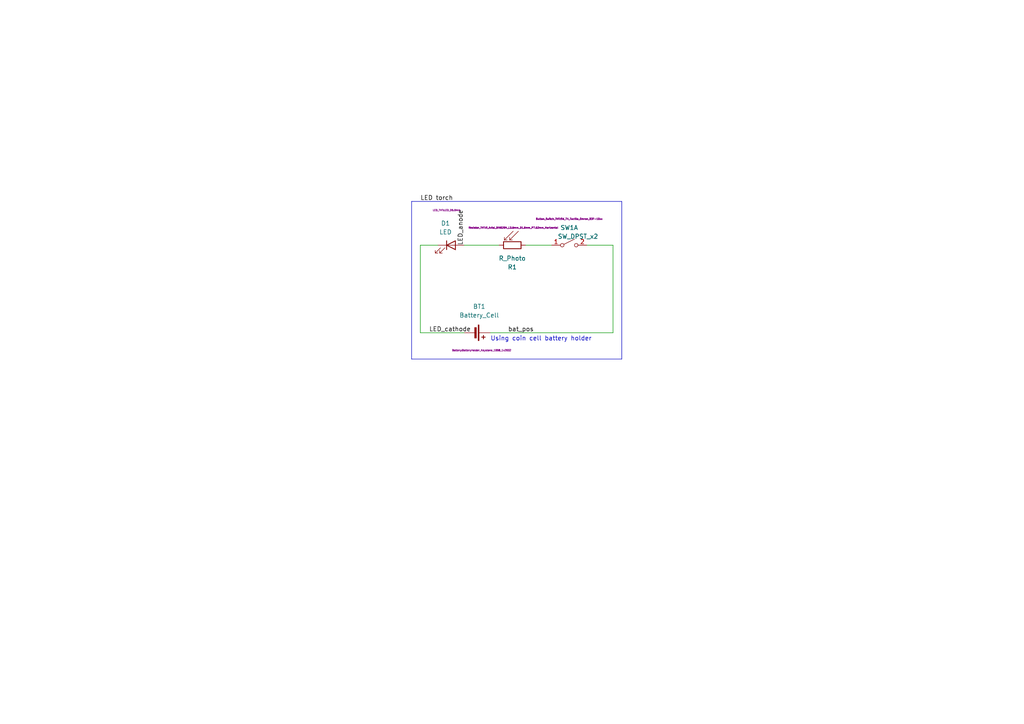
<source format=kicad_sch>
(kicad_sch (version 20230121) (generator eeschema)

  (uuid a89af09d-ddc7-48a0-adf9-80712498aae5)

  (paper "A4")

  (title_block
    (title "LED Torch")
    (date "2023-09-01")
    (comment 1 "Project 1")
    (comment 2 "Sashenka Gamage")
  )

  (lib_symbols
    (symbol "Device:Battery_Cell" (pin_numbers hide) (pin_names (offset 0) hide) (in_bom yes) (on_board yes)
      (property "Reference" "BT" (at 2.54 2.54 0)
        (effects (font (size 1.27 1.27)) (justify left))
      )
      (property "Value" "Battery_Cell" (at 2.54 0 0)
        (effects (font (size 1.27 1.27)) (justify left))
      )
      (property "Footprint" "" (at 0 1.524 90)
        (effects (font (size 1.27 1.27)) hide)
      )
      (property "Datasheet" "~" (at 0 1.524 90)
        (effects (font (size 1.27 1.27)) hide)
      )
      (property "ki_keywords" "battery cell" (at 0 0 0)
        (effects (font (size 1.27 1.27)) hide)
      )
      (property "ki_description" "Single-cell battery" (at 0 0 0)
        (effects (font (size 1.27 1.27)) hide)
      )
      (symbol "Battery_Cell_0_1"
        (rectangle (start -2.286 1.778) (end 2.286 1.524)
          (stroke (width 0) (type default))
          (fill (type outline))
        )
        (rectangle (start -1.524 1.016) (end 1.524 0.508)
          (stroke (width 0) (type default))
          (fill (type outline))
        )
        (polyline
          (pts
            (xy 0 0.762)
            (xy 0 0)
          )
          (stroke (width 0) (type default))
          (fill (type none))
        )
        (polyline
          (pts
            (xy 0 1.778)
            (xy 0 2.54)
          )
          (stroke (width 0) (type default))
          (fill (type none))
        )
        (polyline
          (pts
            (xy 0.762 3.048)
            (xy 1.778 3.048)
          )
          (stroke (width 0.254) (type default))
          (fill (type none))
        )
        (polyline
          (pts
            (xy 1.27 3.556)
            (xy 1.27 2.54)
          )
          (stroke (width 0.254) (type default))
          (fill (type none))
        )
      )
      (symbol "Battery_Cell_1_1"
        (pin passive line (at 0 5.08 270) (length 2.54)
          (name "+" (effects (font (size 1.27 1.27))))
          (number "1" (effects (font (size 1.27 1.27))))
        )
        (pin passive line (at 0 -2.54 90) (length 2.54)
          (name "-" (effects (font (size 1.27 1.27))))
          (number "2" (effects (font (size 1.27 1.27))))
        )
      )
    )
    (symbol "Device:LED" (pin_numbers hide) (pin_names (offset 1.016) hide) (in_bom yes) (on_board yes)
      (property "Reference" "D" (at 0 2.54 0)
        (effects (font (size 1.27 1.27)))
      )
      (property "Value" "LED" (at 0 -2.54 0)
        (effects (font (size 1.27 1.27)))
      )
      (property "Footprint" "" (at 0 0 0)
        (effects (font (size 1.27 1.27)) hide)
      )
      (property "Datasheet" "~" (at 0 0 0)
        (effects (font (size 1.27 1.27)) hide)
      )
      (property "ki_keywords" "LED diode" (at 0 0 0)
        (effects (font (size 1.27 1.27)) hide)
      )
      (property "ki_description" "Light emitting diode" (at 0 0 0)
        (effects (font (size 1.27 1.27)) hide)
      )
      (property "ki_fp_filters" "LED* LED_SMD:* LED_THT:*" (at 0 0 0)
        (effects (font (size 1.27 1.27)) hide)
      )
      (symbol "LED_0_1"
        (polyline
          (pts
            (xy -1.27 -1.27)
            (xy -1.27 1.27)
          )
          (stroke (width 0.254) (type default))
          (fill (type none))
        )
        (polyline
          (pts
            (xy -1.27 0)
            (xy 1.27 0)
          )
          (stroke (width 0) (type default))
          (fill (type none))
        )
        (polyline
          (pts
            (xy 1.27 -1.27)
            (xy 1.27 1.27)
            (xy -1.27 0)
            (xy 1.27 -1.27)
          )
          (stroke (width 0.254) (type default))
          (fill (type none))
        )
        (polyline
          (pts
            (xy -3.048 -0.762)
            (xy -4.572 -2.286)
            (xy -3.81 -2.286)
            (xy -4.572 -2.286)
            (xy -4.572 -1.524)
          )
          (stroke (width 0) (type default))
          (fill (type none))
        )
        (polyline
          (pts
            (xy -1.778 -0.762)
            (xy -3.302 -2.286)
            (xy -2.54 -2.286)
            (xy -3.302 -2.286)
            (xy -3.302 -1.524)
          )
          (stroke (width 0) (type default))
          (fill (type none))
        )
      )
      (symbol "LED_1_1"
        (pin passive line (at -3.81 0 0) (length 2.54)
          (name "K" (effects (font (size 1.27 1.27))))
          (number "1" (effects (font (size 1.27 1.27))))
        )
        (pin passive line (at 3.81 0 180) (length 2.54)
          (name "A" (effects (font (size 1.27 1.27))))
          (number "2" (effects (font (size 1.27 1.27))))
        )
      )
    )
    (symbol "Device:R_Photo" (pin_numbers hide) (pin_names (offset 0)) (in_bom yes) (on_board yes)
      (property "Reference" "R" (at 1.27 1.27 0)
        (effects (font (size 1.27 1.27)) (justify left))
      )
      (property "Value" "R_Photo" (at 1.27 0 0)
        (effects (font (size 1.27 1.27)) (justify left top))
      )
      (property "Footprint" "" (at 1.27 -6.35 90)
        (effects (font (size 1.27 1.27)) (justify left) hide)
      )
      (property "Datasheet" "~" (at 0 -1.27 0)
        (effects (font (size 1.27 1.27)) hide)
      )
      (property "ki_keywords" "resistor variable light sensitive opto LDR" (at 0 0 0)
        (effects (font (size 1.27 1.27)) hide)
      )
      (property "ki_description" "Photoresistor" (at 0 0 0)
        (effects (font (size 1.27 1.27)) hide)
      )
      (property "ki_fp_filters" "*LDR* R?LDR*" (at 0 0 0)
        (effects (font (size 1.27 1.27)) hide)
      )
      (symbol "R_Photo_0_1"
        (rectangle (start -1.016 2.54) (end 1.016 -2.54)
          (stroke (width 0.254) (type default))
          (fill (type none))
        )
        (polyline
          (pts
            (xy -1.524 -2.286)
            (xy -4.064 0.254)
          )
          (stroke (width 0) (type default))
          (fill (type none))
        )
        (polyline
          (pts
            (xy -1.524 -2.286)
            (xy -2.286 -2.286)
          )
          (stroke (width 0) (type default))
          (fill (type none))
        )
        (polyline
          (pts
            (xy -1.524 -2.286)
            (xy -1.524 -1.524)
          )
          (stroke (width 0) (type default))
          (fill (type none))
        )
        (polyline
          (pts
            (xy -1.524 -0.762)
            (xy -4.064 1.778)
          )
          (stroke (width 0) (type default))
          (fill (type none))
        )
        (polyline
          (pts
            (xy -1.524 -0.762)
            (xy -2.286 -0.762)
          )
          (stroke (width 0) (type default))
          (fill (type none))
        )
        (polyline
          (pts
            (xy -1.524 -0.762)
            (xy -1.524 0)
          )
          (stroke (width 0) (type default))
          (fill (type none))
        )
      )
      (symbol "R_Photo_1_1"
        (pin passive line (at 0 3.81 270) (length 1.27)
          (name "~" (effects (font (size 1.27 1.27))))
          (number "1" (effects (font (size 1.27 1.27))))
        )
        (pin passive line (at 0 -3.81 90) (length 1.27)
          (name "~" (effects (font (size 1.27 1.27))))
          (number "2" (effects (font (size 1.27 1.27))))
        )
      )
    )
    (symbol "Switch:SW_DPST_x2" (pin_names (offset 0) hide) (in_bom yes) (on_board yes)
      (property "Reference" "SW" (at 0 3.175 0)
        (effects (font (size 1.27 1.27)))
      )
      (property "Value" "SW_DPST_x2" (at 0 -2.54 0)
        (effects (font (size 1.27 1.27)))
      )
      (property "Footprint" "" (at 0 0 0)
        (effects (font (size 1.27 1.27)) hide)
      )
      (property "Datasheet" "~" (at 0 0 0)
        (effects (font (size 1.27 1.27)) hide)
      )
      (property "ki_keywords" "switch lever" (at 0 0 0)
        (effects (font (size 1.27 1.27)) hide)
      )
      (property "ki_description" "Single Pole Single Throw (SPST) switch, separate symbol" (at 0 0 0)
        (effects (font (size 1.27 1.27)) hide)
      )
      (symbol "SW_DPST_x2_0_0"
        (circle (center -2.032 0) (radius 0.508)
          (stroke (width 0) (type default))
          (fill (type none))
        )
        (polyline
          (pts
            (xy -1.524 0.254)
            (xy 1.524 1.778)
          )
          (stroke (width 0) (type default))
          (fill (type none))
        )
        (circle (center 2.032 0) (radius 0.508)
          (stroke (width 0) (type default))
          (fill (type none))
        )
      )
      (symbol "SW_DPST_x2_1_1"
        (pin passive line (at -5.08 0 0) (length 2.54)
          (name "A" (effects (font (size 1.27 1.27))))
          (number "1" (effects (font (size 1.27 1.27))))
        )
        (pin passive line (at 5.08 0 180) (length 2.54)
          (name "B" (effects (font (size 1.27 1.27))))
          (number "2" (effects (font (size 1.27 1.27))))
        )
      )
      (symbol "SW_DPST_x2_2_1"
        (pin passive line (at -5.08 0 0) (length 2.54)
          (name "A" (effects (font (size 1.27 1.27))))
          (number "3" (effects (font (size 1.27 1.27))))
        )
        (pin passive line (at 5.08 0 180) (length 2.54)
          (name "B" (effects (font (size 1.27 1.27))))
          (number "4" (effects (font (size 1.27 1.27))))
        )
      )
    )
  )


  (polyline (pts (xy 180.34 104.14) (xy 119.38 104.14))
    (stroke (width 0) (type default))
    (uuid 28d5db9c-00b5-4d5f-a982-8b86854b051d)
  )
  (polyline (pts (xy 119.38 58.42) (xy 119.38 104.14))
    (stroke (width 0) (type default))
    (uuid 2a4e1ceb-e495-46f9-b587-f3c527885c05)
  )

  (wire (pts (xy 134.62 96.52) (xy 121.92 96.52))
    (stroke (width 0) (type default))
    (uuid 313fd544-bb88-4f3e-b7af-1e15daf4cd2b)
  )
  (wire (pts (xy 170.18 71.12) (xy 177.8 71.12))
    (stroke (width 0) (type default))
    (uuid 3c333bec-349e-4c10-a4e9-f407c6bc1f2e)
  )
  (wire (pts (xy 134.62 71.12) (xy 144.78 71.12))
    (stroke (width 0) (type default))
    (uuid 9bcd088a-9705-415c-bb22-60ad00c02d52)
  )
  (wire (pts (xy 121.92 96.52) (xy 121.92 71.12))
    (stroke (width 0) (type default))
    (uuid b64f056f-2b25-4167-98e2-80904e23613c)
  )
  (polyline (pts (xy 180.34 58.42) (xy 180.34 104.14))
    (stroke (width 0) (type default))
    (uuid d4e47ffa-c21f-4a80-a728-55c3bb2e067b)
  )

  (wire (pts (xy 177.8 96.52) (xy 177.8 71.12))
    (stroke (width 0) (type default))
    (uuid d5d4ad4a-2584-4026-8246-cb39e12980aa)
  )
  (wire (pts (xy 152.4 71.12) (xy 160.02 71.12))
    (stroke (width 0) (type default))
    (uuid d7a2eee4-c632-4ad6-a1c5-131a1606cfc4)
  )
  (polyline (pts (xy 119.38 58.42) (xy 180.34 58.42))
    (stroke (width 0) (type default))
    (uuid eb4a0ca4-7a85-411f-91a0-21f5b8257f16)
  )

  (wire (pts (xy 142.24 96.52) (xy 177.8 96.52))
    (stroke (width 0) (type default))
    (uuid eba8f993-4cbe-4976-84fd-b5f8aa6b8ed6)
  )
  (wire (pts (xy 121.92 71.12) (xy 127 71.12))
    (stroke (width 0) (type default))
    (uuid fa91f5d9-613c-4f81-8ff4-a4fc23b03b34)
  )

  (text "Using coin cell battery holder\n" (at 142.24 99.06 0)
    (effects (font (size 1.27 1.27)) (justify left bottom))
    (uuid 64d3fbdd-6315-4706-9d43-a66f0c9e4b8a)
  )

  (label "LED torch" (at 121.92 58.42 0) (fields_autoplaced)
    (effects (font (size 1.27 1.27)) (justify left bottom))
    (uuid 5e8b6e58-d0bc-45f2-9442-1128c8a58522)
  )
  (label "bat_pos" (at 147.32 96.52 0) (fields_autoplaced)
    (effects (font (size 1.27 1.27)) (justify left bottom))
    (uuid 77c5b763-9283-40b2-bfbf-9ba79888f9b0)
  )
  (label "LED_cathode" (at 124.46 96.52 0) (fields_autoplaced)
    (effects (font (size 1.27 1.27)) (justify left bottom))
    (uuid 7bae78b6-9af9-4f12-881b-83f7dd3383ed)
  )
  (label "LED_anode" (at 134.62 71.12 90) (fields_autoplaced)
    (effects (font (size 1.27 1.27)) (justify left bottom))
    (uuid e0ab9391-b569-4719-8723-2b86ed914136)
  )

  (symbol (lib_id "Switch:SW_DPST_x2") (at 165.1 71.12 0) (unit 1)
    (in_bom yes) (on_board yes) (dnp no)
    (uuid 3b4e32d6-66c7-493a-ae27-b8fe460cd700)
    (property "Reference" "SW1" (at 165.1 66.04 0)
      (effects (font (size 1.27 1.27)))
    )
    (property "Value" "SW_DPST_x2" (at 167.64 68.58 0)
      (effects (font (size 1.27 1.27)))
    )
    (property "Footprint" "Button_Switch_THT:SW_TH_Tactile_Omron_B3F-10xx" (at 165.1 63.5 0)
      (effects (font (size 0.5 0.5)))
    )
    (property "Datasheet" "~" (at 165.1 71.12 0)
      (effects (font (size 0.5 0.5)) hide)
    )
    (pin "1" (uuid 8417ca38-72d4-4b4e-bba1-b47143684e70))
    (pin "2" (uuid 25eda85a-3a1b-48a2-ad03-a984baf43d1c))
    (pin "3" (uuid dd4b92a1-7e1f-472c-9413-c565bcbdde4a))
    (pin "4" (uuid af83f6db-cc15-4fb2-9bf2-297dba3a9a65))
    (instances
      (project "prj1-LED_torch"
        (path "/a89af09d-ddc7-48a0-adf9-80712498aae5"
          (reference "SW1") (unit 1)
        )
      )
    )
  )

  (symbol (lib_id "Device:Battery_Cell") (at 137.16 96.52 270) (unit 1)
    (in_bom yes) (on_board yes) (dnp no)
    (uuid 6ffa3962-50f5-4a1e-a6bf-874a65b4b333)
    (property "Reference" "BT1" (at 139.0015 88.9 90)
      (effects (font (size 1.27 1.27)))
    )
    (property "Value" "Battery_Cell" (at 139.0015 91.44 90)
      (effects (font (size 1.27 1.27)))
    )
    (property "Footprint" "Battery:BatteryHolder_Keystone_1058_1x2032" (at 139.7 101.6 90)
      (effects (font (size 0.5 0.5)))
    )
    (property "Datasheet" "~" (at 138.684 96.52 90)
      (effects (font (size 0.5 0.5)) hide)
    )
    (pin "1" (uuid bc64ff31-7b57-423e-a77c-4c85d79c767c))
    (pin "2" (uuid 7f967c4a-154e-4f7e-822c-8752de69f7f7))
    (instances
      (project "prj1-LED_torch"
        (path "/a89af09d-ddc7-48a0-adf9-80712498aae5"
          (reference "BT1") (unit 1)
        )
      )
    )
  )

  (symbol (lib_id "Device:LED") (at 130.81 71.12 0) (unit 1)
    (in_bom yes) (on_board yes) (dnp no)
    (uuid 7d02376b-fb12-4485-8d1c-074c094e479a)
    (property "Reference" "D1" (at 129.2225 64.77 0)
      (effects (font (size 1.27 1.27)))
    )
    (property "Value" "LED" (at 129.2225 67.31 0)
      (effects (font (size 1.27 1.27)))
    )
    (property "Footprint" "LED_THT:LED_D5.0mm" (at 129.54 60.96 0)
      (effects (font (size 0.5 0.5)))
    )
    (property "Datasheet" "~" (at 130.81 71.12 0)
      (effects (font (size 0.5 0.5)) hide)
    )
    (pin "1" (uuid c6c8cec9-fb05-4405-aee6-93ff00df4090))
    (pin "2" (uuid 129e797a-caaf-49c5-bcc0-776c4f83ab4a))
    (instances
      (project "prj1-LED_torch"
        (path "/a89af09d-ddc7-48a0-adf9-80712498aae5"
          (reference "D1") (unit 1)
        )
      )
    )
  )

  (symbol (lib_id "Device:R_Photo") (at 148.59 71.12 270) (unit 1)
    (in_bom yes) (on_board yes) (dnp no)
    (uuid 85f94268-cd89-46d9-b12a-2441b77c5fe8)
    (property "Reference" "R1" (at 148.59 77.47 90)
      (effects (font (size 1.27 1.27)))
    )
    (property "Value" "R_Photo" (at 148.59 74.93 90)
      (effects (font (size 1.27 1.27)))
    )
    (property "Footprint" "Resistor_THT:R_Axial_DIN0204_L3.6mm_D1.6mm_P7.62mm_Horizontal" (at 135.89 66.04 90)
      (effects (font (size 0.5 0.5)) (justify left))
    )
    (property "Datasheet" "~" (at 147.32 71.12 0)
      (effects (font (size 0.5 0.5)) hide)
    )
    (pin "1" (uuid c01c05bd-bf03-465f-b572-e2e6f4bf1d8d))
    (pin "2" (uuid a249b073-3d3e-40dc-9d5d-575767ee25cc))
    (instances
      (project "prj1-LED_torch"
        (path "/a89af09d-ddc7-48a0-adf9-80712498aae5"
          (reference "R1") (unit 1)
        )
      )
    )
  )

  (sheet_instances
    (path "/" (page "1"))
  )
)

</source>
